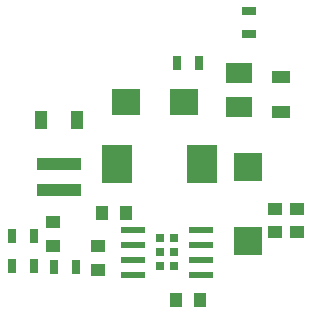
<source format=gbr>
%TF.GenerationSoftware,KiCad,Pcbnew,7.0.7-7.0.7~ubuntu23.04.1*%
%TF.CreationDate,2023-09-17T10:01:33+00:00*%
%TF.ProjectId,STEPDOWN02,53544550-444f-4574-9e30-322e6b696361,rev?*%
%TF.SameCoordinates,Original*%
%TF.FileFunction,Paste,Bot*%
%TF.FilePolarity,Positive*%
%FSLAX46Y46*%
G04 Gerber Fmt 4.6, Leading zero omitted, Abs format (unit mm)*
G04 Created by KiCad (PCBNEW 7.0.7-7.0.7~ubuntu23.04.1) date 2023-09-17 10:01:33*
%MOMM*%
%LPD*%
G01*
G04 APERTURE LIST*
%ADD10R,2.430000X2.370000*%
%ADD11R,1.250000X1.000000*%
%ADD12R,1.000000X1.250000*%
%ADD13R,2.370000X2.230000*%
%ADD14R,1.000000X1.600000*%
%ADD15R,2.230000X1.800000*%
%ADD16R,1.600000X1.000000*%
%ADD17R,2.600000X3.200000*%
%ADD18R,3.700020X1.000760*%
%ADD19R,0.700000X1.300000*%
%ADD20R,1.300000X0.700000*%
%ADD21R,2.150000X0.600000*%
%ADD22R,0.705000X0.705000*%
G04 APERTURE END LIST*
D10*
%TO.C,C1*%
X139192000Y-93290000D03*
X139192000Y-87050000D03*
%TD*%
D11*
%TO.C,C2*%
X141478000Y-92567000D03*
X141478000Y-90567000D03*
%TD*%
%TO.C,C3*%
X143383000Y-92567000D03*
X143383000Y-90567000D03*
%TD*%
%TO.C,C4*%
X126492000Y-95742000D03*
X126492000Y-93742000D03*
%TD*%
%TO.C,C5*%
X122682000Y-93710000D03*
X122682000Y-91710000D03*
%TD*%
D12*
%TO.C,C6*%
X135112000Y-98298000D03*
X133112000Y-98298000D03*
%TD*%
%TO.C,C7*%
X126889000Y-90932000D03*
X128889000Y-90932000D03*
%TD*%
D13*
%TO.C,C8*%
X128848000Y-81534000D03*
X133788000Y-81534000D03*
%TD*%
D14*
%TO.C,C9*%
X124690000Y-83058000D03*
X121690000Y-83058000D03*
%TD*%
D15*
%TO.C,C10*%
X138430000Y-79058000D03*
X138430000Y-81978000D03*
%TD*%
D16*
%TO.C,C11*%
X141986000Y-79399000D03*
X141986000Y-82399000D03*
%TD*%
D17*
%TO.C,D1*%
X128099000Y-86741000D03*
X135299000Y-86741000D03*
%TD*%
D18*
%TO.C,L1*%
X123190000Y-88983820D03*
X123190000Y-86784180D03*
%TD*%
D19*
%TO.C,L2*%
X133162000Y-78232000D03*
X135062000Y-78232000D03*
%TD*%
%TO.C,R1*%
X124648000Y-95504000D03*
X122748000Y-95504000D03*
%TD*%
%TO.C,R2*%
X119192000Y-92837000D03*
X121092000Y-92837000D03*
%TD*%
%TO.C,R3*%
X121092000Y-95377000D03*
X119192000Y-95377000D03*
%TD*%
D20*
%TO.C,R4*%
X139319000Y-75753000D03*
X139319000Y-73853000D03*
%TD*%
D21*
%TO.C,U1*%
X135209000Y-92329000D03*
X135209000Y-93599000D03*
X135209000Y-94869000D03*
X135209000Y-96139000D03*
X129459000Y-96139000D03*
X129459000Y-94869000D03*
X129459000Y-93599000D03*
X129459000Y-92329000D03*
D22*
X132923280Y-93055440D03*
X132921500Y-95405700D03*
X132921500Y-94230700D03*
X131747260Y-93055440D03*
X131746500Y-95405700D03*
X131746500Y-94230700D03*
%TD*%
M02*

</source>
